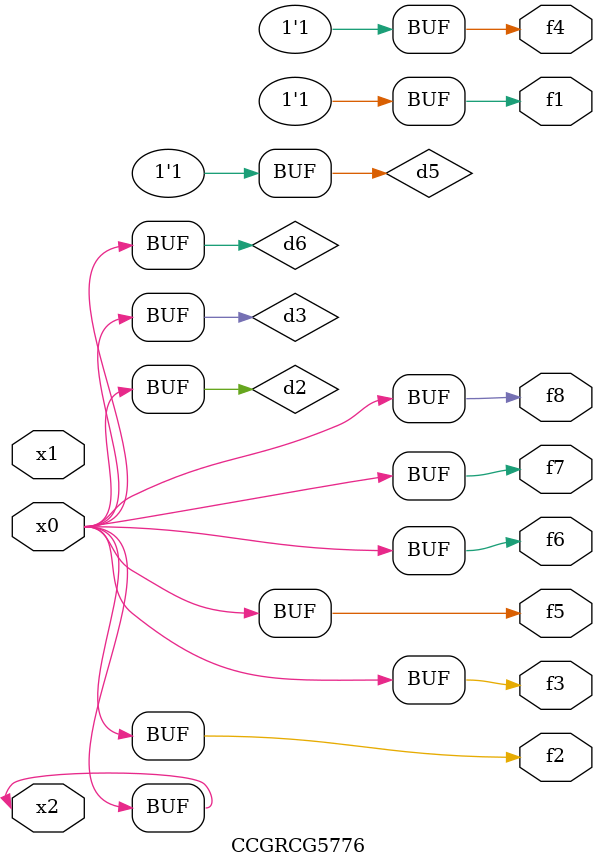
<source format=v>
module CCGRCG5776(
	input x0, x1, x2,
	output f1, f2, f3, f4, f5, f6, f7, f8
);

	wire d1, d2, d3, d4, d5, d6;

	xnor (d1, x2);
	buf (d2, x0, x2);
	and (d3, x0);
	xnor (d4, x1, x2);
	nand (d5, d1, d3);
	buf (d6, d2, d3);
	assign f1 = d5;
	assign f2 = d6;
	assign f3 = d6;
	assign f4 = d5;
	assign f5 = d6;
	assign f6 = d6;
	assign f7 = d6;
	assign f8 = d6;
endmodule

</source>
